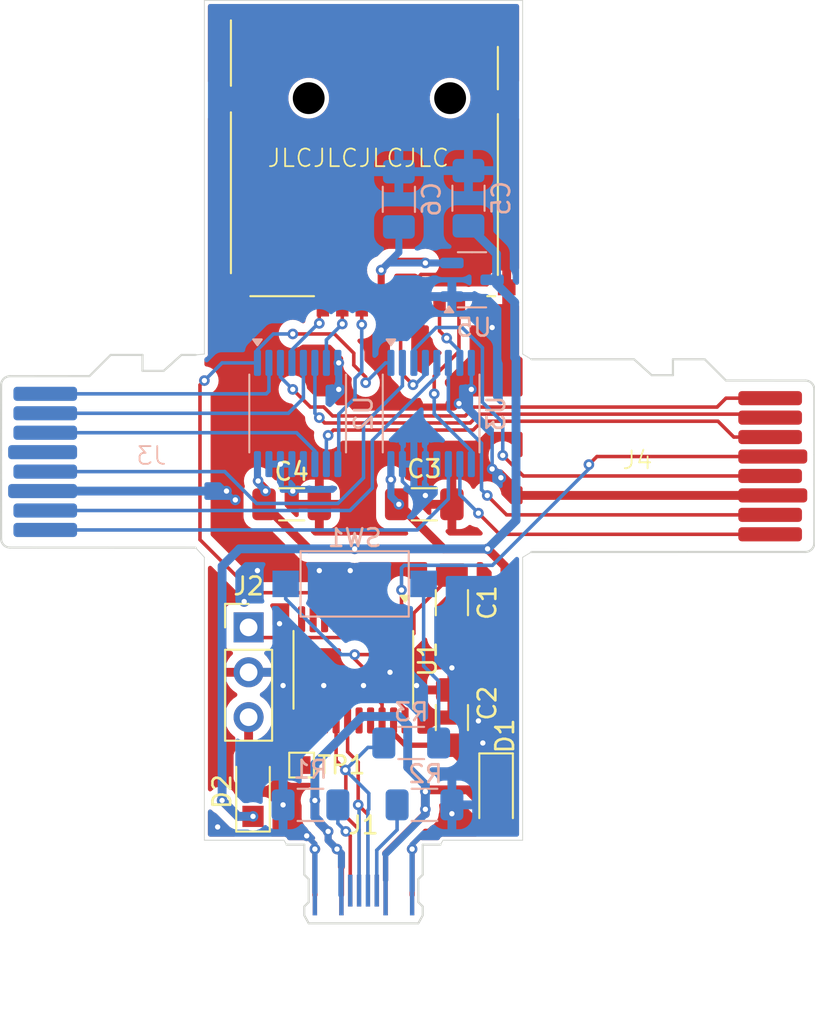
<source format=kicad_pcb>
(kicad_pcb (version 20240108) (generator "pcbnew") (generator_version "8.0")
  (layers (0 "F.Cu" signal) (31 "B.Cu" signal) (34 "B.Paste" user) (35 "F.Paste" user) (36 "B.SilkS" user "B.Silkscreen") (37 "F.SilkS" user "F.Silkscreen") (38 "B.Mask" user) (39 "F.Mask" user) (44 "Edge.Cuts" user))
  (net 0 "")
  (net 1 "GND")
  (net 2 "+3.3V")
  (net 3 "+5V")
  (net 4 "Net-(U1-37)")
  (net 5 "Net-(U1-36)")
  (net 6 "Net-(J1-CC2)")
  (net 8 "Net-(J1-CC1)")
  (net 10 "Net-(J2-Pin_1)")
  (net 11 "Net-(J3-Pin_2)")
  (net 12 "Net-(J3-Pin_1)")
  (net 13 "Net-(J3-Pin_7)")
  (net 14 "Net-(J3-Pin_3)")
  (net 15 "Net-(J3-Pin_8)")
  (net 16 "Net-(J3-Pin_5)")
  (net 17 "VDD")
  (net 18 "Net-(J4-Pin_1)")
  (net 19 "Net-(J4-Pin_5)")
  (net 20 "Net-(J4-Pin_2)")
  (net 21 "Net-(J4-Pin_7)")
  (net 22 "Net-(J4-Pin_8)")
  (net 23 "Net-(J4-Pin_3)")
  (net 24 "Net-(J5-CLK)")
  (net 26 "Net-(J5-DAT3{slash}CD)")
  (net 27 "Net-(J5-DAT0)")
  (net 28 "Net-(J5-DAT1)")
  (net 29 "Net-(J5-DAT2)")
  (net 30 "Net-(J5-CMD)")
  (net 31 "Net-(R3-Pad2)")
  (net 34 "Net-(U1-14)")
  (net 35 "VBUS")
  (net 39 "+3V3")
  (net 49 "Net-(J4-Pin_4)")
  (net 50 "Net-(U1-33)")
  (footprint "Diode_SMD:Nexperia_CFP3_SOD-123W" (layer "F.Cu") (at 139.75 84.75 90)
    (property "Reference" "D2")
    (property "Value" "1N5819WS")
  )
  (footprint "My:microsd" (layer "F.Cu") (at 146.7 52.5275 180)
    (property "Reference" "J5" (hide yes))
    (property "Value" "Micro_SD_Card_Det1" (hide yes))
  )
  (footprint "Connector_PinHeader_2.54mm:PinHeader_1x03_P2.54mm_Vertical" (layer "F.Cu") (at 139.5 75.46)
    (property "Reference" "J2")
    (property "Value" "Conn_01x03_Pin")
  )
  (footprint "TestPoint:TestPoint_Pad_1.0x1.0mm" (layer "F.Cu") (at 142.5 83.25)
    (property "Reference" "TP1")
    (property "Value" "TestPoint")
  )
  (footprint "My:uSD-PAD" (layer "F.Cu") (at 160.998224 66 -90)
    (property "Reference" "J4")
    (property "Value" "uSD-CARD-PAD")
    (fp_line (start 5.196447 5.5) (end 5.192894 -10) (stroke (width 0.12)) (layer "Edge.Cuts"))
    (fp_line (start -5.703553 -0.303553) (end -5.703553 5.5) (stroke (width 0.12)) (layer "Edge.Cuts"))
    (fp_line (start -4.803553 -1.303553) (end -5.703553 -0.303553) (stroke (width 0.12)) (layer "Edge.Cuts"))
    (fp_line (start -5.703553 -2.503553) (end -4.803553 -2.503553) (stroke (width 0.12)) (layer "Edge.Cuts"))
    (fp_line (start -4.803553 -2.503553) (end -4.803553 -1.303553) (stroke (width 0.12)) (layer "Edge.Cuts"))
    (fp_line (start -5.703553 -4.303553) (end -5.703553 -2.503553) (stroke (width 0.12)) (layer "Edge.Cuts"))
    (fp_line (start -5.703553 -4.303553) (end -4.503553 -5.503553) (stroke (width 0.12)) (layer "Edge.Cuts"))
    (fp_line (start -4.503553 -5.503553) (end -4.5 -10) (stroke (width 0.12)) (layer "Edge.Cuts"))
    (fp_line (start -0.303553 -10.503553) (end -4 -10.5) (stroke (width 0.12)) (layer "Edge.Cuts"))
    (fp_line (start -0.303553 -10.503553) (end 4.692894 -10.5) (stroke (width 0.12)) (layer "Edge.Cuts"))
    (fp_arc (start -4.5 -10) (mid -4.353553 -10.353553) (end -4 -10.5) (stroke (width 0.12)) (layer "Edge.Cuts"))
    (fp_arc (start 4.692894 -10.5) (mid 5.046393 -10.353497) (end 5.192894 -10) (stroke (width 0.12)) (layer "Edge.Cuts"))
  )
  (footprint "Capacitor_SMD:C_1206_3216Metric_Pad1.33x1.80mm_HandSolder" (layer "F.Cu") (at 151 80.5625 90)
    (property "Reference" "C2")
    (property "Value" "100n")
  )
  (footprint "My:USB_C_Receptacle_PCB" (layer "F.Cu") (at 146 87.75)
    (property "Reference" "J1")
    (property "Value" "USB_C_Receptacle_PCB")
    (fp_line (start -4.35 0) (end -3.35 0) (stroke (width 0.12)) (layer "Edge.Cuts"))
    (fp_line (start -3.35 1.7) (end -3.35 0) (stroke (width 0.12)) (layer "Edge.Cuts"))
    (fp_line (start -3.35 1.7) (end -3.1 1.95) (stroke (width 0.12)) (layer "Edge.Cuts"))
    (fp_line (start -3.35 3.5) (end -3.1 3.25) (stroke (width 0.12)) (layer "Edge.Cuts"))
    (fp_line (start -3.35 4) (end -3.35 3.5) (stroke (width 0.12)) (layer "Edge.Cuts"))
    (fp_line (start -3.1 3.25) (end -3.1 1.95) (stroke (width 0.12)) (layer "Edge.Cuts"))
    (fp_line (start -3.1 4.45) (end -3.35 4) (stroke (width 0.12)) (layer "Edge.Cuts"))
    (fp_line (start -3.1 4.45) (end 3.1 4.45) (stroke (width 0.12)) (layer "Edge.Cuts"))
    (fp_line (start 3.1 3.25) (end 3.1 1.95) (stroke (width 0.12)) (layer "Edge.Cuts"))
    (fp_line (start 3.1 3.25) (end 3.35 3.5) (stroke (width 0.12)) (layer "Edge.Cuts"))
    (fp_line (start 3.35 0) (end 4.35 0) (stroke (width 0.12)) (layer "Edge.Cuts"))
    (fp_line (start 3.35 1.7) (end 3.1 1.95) (stroke (width 0.12)) (layer "Edge.Cuts"))
    (fp_line (start 3.35 1.7) (end 3.35 0) (stroke (width 0.12)) (layer "Edge.Cuts"))
    (fp_line (start 3.35 4) (end 3.1 4.45) (stroke (width 0.12)) (layer "Edge.Cuts"))
    (fp_line (start 3.35 4) (end 3.35 3.5) (stroke (width 0.12)) (layer "Edge.Cuts"))
  )
  (footprint "Capacitor_SMD:C_1206_3216Metric_Pad1.33x1.80mm_HandSolder" (layer "F.Cu") (at 149.4375 68.5)
    (property "Reference" "C3")
    (property "Value" "100n")
  )
  (footprint "Capacitor_SMD:C_1206_3216Metric_Pad1.33x1.80mm_HandSolder" (layer "F.Cu") (at 141.9375 68.5)
    (property "Reference" "C4")
    (property "Value" "100n")
  )
  (footprint "Package_SO:TSSOP-20_4.4x6.5mm_P0.65mm" (layer "F.Cu") (at 145.425 77.8625 -90)
    (property "Reference" "U1")
    (property "Value" "CH552")
  )
  (footprint "Diode_SMD:Nexperia_CFP3_SOD-123W" (layer "F.Cu") (at 153.5 84.85 -90)
    (property "Reference" "D1")
    (property "Value" "1N5819WS")
  )
  (footprint "Capacitor_SMD:C_1206_3216Metric_Pad1.33x1.80mm_HandSolder" (layer "F.Cu") (at 151 74.0625 -90)
    (property "Reference" "C1")
    (property "Value" "100n")
  )
  (footprint "Resistor_SMD:R_1206_3216Metric_Pad1.30x1.75mm_HandSolder" (layer "B.Cu") (at 143 85.5)
    (property "Reference" "R1")
    (property "Value" "5.1k")
  )
  (footprint "Capacitor_SMD:C_1206_3216Metric_Pad1.33x1.80mm_HandSolder" (layer "B.Cu") (at 151.9375 51.1875 90)
    (property "Reference" "C5")
    (property "Value" "4.7u")
  )
  (footprint "Package_SO:TSSOP-16_4.4x5mm_P0.65mm" (layer "B.Cu") (at 149.825 63.3625 -90)
    (property "Reference" "U3")
    (property "Value" "TMUX1574PWR")
  )
  (footprint "Package_SO:TSSOP-16_4.4x5mm_P0.65mm" (layer "B.Cu") (at 142.275 63.3625 -90)
    (property "Reference" "U2")
    (property "Value" "TMUX1574PWR")
  )
  (footprint "My:uSD-PAD" (layer "B.Cu") (at 136.001777 65.753553 -90)
    (property "Reference" "J3")
    (property "Value" "uSD-CARD-PAD")
    (fp_line (start -4 10.5) (end -0.303553 10.503553) (stroke (width 0.12)) (layer "Edge.Cuts"))
    (fp_line (start 4.692894 10.5) (end -0.303553 10.503553) (stroke (width 0.12)) (layer "Edge.Cuts"))
    (fp_line (start -4.5 10) (end -4.503553 5.503553) (stroke (width 0.12)) (layer "Edge.Cuts"))
    (fp_line (start 5.192894 10) (end 5.196447 -0.5) (stroke (width 0.12)) (layer "Edge.Cuts"))
    (fp_line (start -4.503553 5.503553) (end -5.703553 4.303553) (stroke (width 0.12)) (layer "Edge.Cuts"))
    (fp_line (start -5.703553 2.503553) (end -5.703553 4.303553) (stroke (width 0.12)) (layer "Edge.Cuts"))
    (fp_line (start -4.803553 2.503553) (end -5.703553 2.503553) (stroke (width 0.12)) (layer "Edge.Cuts"))
    (fp_line (start -4.803553 1.303553) (end -4.803553 2.503553) (stroke (width 0.12)) (layer "Edge.Cuts"))
    (fp_line (start -5.703553 0.303553) (end -4.803553 1.303553) (stroke (width 0.12)) (layer "Edge.Cuts"))
    (fp_line (start -5.703553 -0.5) (end -5.703553 0.303553) (stroke (width 0.12)) (layer "Edge.Cuts"))
    (fp_arc (start -4 10.5) (mid -4.353553 10.353553) (end -4.5 10) (stroke (width 0.12)) (layer "Edge.Cuts"))
    (fp_arc (start 5.192894 10) (mid 5.046394 10.353499) (end 4.692894 10.5) (stroke (width 0.12)) (layer "Edge.Cuts"))
  )
  (footprint "Resistor_SMD:R_1206_3216Metric_Pad1.30x1.75mm_HandSolder" (layer "B.Cu") (at 148.7 82)
    (property "Reference" "R3")
    (property "Value" "10k")
  )
  (footprint "Button_Switch_SMD:SW_SPST_CK_RS282G05A3" (layer "B.Cu") (at 145.5 73 180)
    (property "Reference" "SW1")
    (property "Value" "SW_Push")
  )
  (footprint "Package_TO_SOT_SMD:SOT-23-3" (layer "B.Cu") (at 152.1375 55.8)
    (property "Reference" "U5")
    (property "Value" "XC6206PxxxMR")
  )
  (footprint "Capacitor_SMD:C_1206_3216Metric_Pad1.33x1.80mm_HandSolder" (layer "B.Cu") (at 148 51.25 90)
    (property "Reference" "C6")
    (property "Value" "4.7u")
  )
  (footprint "Resistor_SMD:R_1206_3216Metric_Pad1.30x1.75mm_HandSolder" (layer "B.Cu") (at 149.45 85.5 180)
    (property "Reference" "R2")
    (property "Value" "5.1k")
  )
  (gr_line (start 136.501777 60.05) (end 137 60) (stroke (width 0.05)) (layer "Edge.Cuts"))
  (gr_line (start 155 60) (end 155 40) (stroke (width 0.05)) (layer "Edge.Cuts"))
  (gr_line (start 155 71.5) (end 155 87.5) (stroke (width 0.05)) (layer "Edge.Cuts"))
  (gr_line (start 155 87.5) (end 150.5 87.5) (stroke (width 0.05)) (layer "Edge.Cuts"))
  (gr_line (start 141.5 87.5) (end 141.65 87.75) (stroke (width 0.05)) (layer "Edge.Cuts"))
  (gr_line (start 137 87.5) (end 141.5 87.5) (stroke (width 0.05)) (layer "Edge.Cuts"))
  (gr_line (start 136.501777 70.95) (end 137 71.5) (stroke (width 0.05)) (layer "Edge.Cuts"))
  (gr_line (start 155.498224 71.196447) (end 155 71.5) (stroke (width 0.05)) (layer "Edge.Cuts"))
  (gr_line (start 155.498224 60.296447) (end 155 60) (stroke (width 0.05)) (layer "Edge.Cuts"))
  (gr_line (start 155 40) (end 137 40) (stroke (width 0.05)) (layer "Edge.Cuts"))
  (gr_line (start 137 40) (end 137 60) (stroke (width 0.05)) (layer "Edge.Cuts"))
  (gr_line (start 137 71.5) (end 137 87.5) (stroke (width 0.05)) (layer "Edge.Cuts"))
  (gr_line (start 150.5 87.5) (end 150.35 87.75) (stroke (width 0.05)) (layer "Edge.Cuts"))
  (gr_text "JLCJLCJLCJLC" (at 140.5 49.5 0) (layer "F.SilkS") (effects (font (size 1 1) (thickness 0.1)) (justify left bottom)))
  (segment (start 139 66.5) (end 139.25 66.25) (width 0.2) (layer "F.Cu") (net 1))
  (segment (start 154.1 44.35) (end 152.75 43) (width 0.2) (layer "F.Cu") (net 1))
  (segment (start 147.05 79.8) (end 147.05 80.725) (width 0.2) (layer "F.Cu") (net 1))
  (segment (start 151 75.875) (end 150.75 75.625) (width 0.2) (layer "F.Cu") (net 1))
  (segment (start 148.625 66) (end 148.85 66.225) (width 0.2) (layer "F.Cu") (net 1))
  (segment (start 154.772476 67.996447) (end 169.151777 67.996447) (width 0.5) (layer "F.Cu") (net 1))
  (segment (start 148.85 66.225) (end 149.5 66.875) (width 0.2) (layer "F.Cu") (net 1))
  (segment (start 154.055 49.695) (end 154.055 53.195) (width 0.2) (layer "F.Cu") (net 1))
  (segment (start 140 60.5) (end 144.599999 60.5) (width 0.2) (layer "F.Cu") (net 1))
  (segment (start 154.1 45.6275) (end 154.1 44.35) (width 0.2) (layer "F.Cu") (net 1))
  (segment (start 144.599999 62.099999) (end 144.599999 62) (width 0.4) (layer "F.Cu") (net 1))
  (segment (start 154.055 53.195) (end 151.75 55.5) (width 0.2) (layer "F.Cu") (net 1))
  (segment (start 149.5 87) (end 148.75 87.75) (width 0.3) (layer "F.Cu") (net 1))
  (segment (start 138 44.25) (end 138 45.6275) (width 0.2) (layer "F.Cu") (net 1))
  (segment (start 152.75 43) (end 139.25 43) (width 0.2) (layer "F.Cu") (net 1))
  (segment (start 143.5 66.5) (end 143.5 68.5) (width 0.2) (layer "F.Cu") (net 1))
  (segment (start 151.1 63) (end 145.5 63) (width 0.4) (layer "F.Cu") (net 1))
  (segment (start 144 66) (end 148.625 66) (width 0.2) (layer "F.Cu") (net 1))
  (segment (start 141.70422 87.25) (end 141.45 86.99578) (width 0.2) (layer "F.Cu") (net 1))
  (segment (start 148.75 87.75) (end 148.75 88) (width 0.3) (layer "F.Cu") (net 1))
  (segment (start 153.25 58.5) (end 153.276029 58.5) (width 0.2) (layer "F.Cu") (net 1))
  (segment (start 153.276029 58.5) (end 154.1 57.676029) (width 0.2) (layer "F.Cu") (net 1))
  (segment (start 143.25 90.6) (end 143.25 87.712868) (width 0.3) (layer "F.Cu") (net 1))
  (segment (start 145.5 63) (end 144.599999 62.099999) (width 0.4) (layer "F.Cu") (net 1))
  (segment (start 152.1 62) (end 151.1 63) (width 0.4) (layer "F.Cu") (net 1))
  (segment (start 149.2 55.55) (end 149.2 57.2775) (width 0.2) (layer "F.Cu") (net 1))
  (segment (start 145.25 78) (end 147.05 79.8) (width 0.2) (layer "F.Cu") (net 1))
  (segment (start 139.25 43) (end 138 44.25) (width 0.2) (layer "F.Cu") (net 1))
  (segment (start 151 87) (end 149.5 87) (width 0.3) (layer "F.Cu") (net 1))
  (segment (start 149.5 68) (end 150 68.5) (width 0.2) (layer "F.Cu") (net 1))
  (segment (start 143.5 66.5) (end 144 66) (width 0.2) (layer "F.Cu") (net 1))
  (segment (start 148.75 90.6) (end 148.75 88) (width 0.3) (layer "F.Cu") (net 1))
  (segment (start 141.275 66.25) (end 141.3 66.225) (width 0.2) (layer "F.Cu") (net 1))
  (segment (start 153.771006 66.994976) (end 153.771006 66.994977) (width 0.5) (layer "F.Cu") (net 1))
  (segment (start 141.3 66.225) (end 141.575 66.5) (width 0.2) (layer "F.Cu") (net 1))
  (segment (start 149.5 66.875) (end 149.5 68) (width 0.2) (layer "F.Cu") (net 1))
  (segment (start 151.75 55.5) (end 149.25 55.5) (width 0.2) (layer "F.Cu") (net 1))
  (segment (start 138.625 67.75) (end 139 67.375) (width 0.2) (layer "F.Cu") (net 1))
  (segment (start 152.1 62) (end 152.25 61.85) (width 0.2) (layer "F.Cu") (net 1))
  (segment (start 151 77.75) (end 151 79) (width 0.2) (layer "F.Cu") (net 1))
  (segment (start 139.5 78) (end 145.25 78) (width 0.2) (layer "F.Cu") (net 1))
  (segment (start 151 77.75) (end 151 75.875) (width 0.2) (layer "F.Cu") (net 1))
  (segment (start 138.25 67.75) (end 138.625 67.75) (width 0.2) (layer "F.Cu") (net 1))
  (segment (start 153.276029 66.5) (end 149.125 66.5) (width 0.2) (layer "F.Cu") (net 1))
  (segment (start 141.575 66.5) (end 143.5 66.5) (width 0.2) (layer "F.Cu") (net 1))
  (segment (start 154.1 57.676029) (end 154.1 45.6275) (width 0.2) (layer "F.Cu") (net 1))
  (segment (start 152.25 61.85) (end 152.25 59.5) (width 0.2) (layer "F.Cu") (net 1))
  (segment (start 152.25 59.5) (end 153.25 58.5) (width 0.2) (layer "F.Cu") (net 1))
  (segment (start 151 86) (end 151 87) (width 0.2) (layer "F.Cu") (net 1))
  (segment (start 153.771006 66.994977) (end 154.772476 67.996447) (width 0.5) (layer "F.Cu") (net 1))
  (segment (start 149.25 55.5) (end 149.2 55.55) (width 0.2) (layer "F.Cu") (net 1))
  (segment (start 139 59.5) (end 140 60.5) (width 0.2) (layer "F.Cu") (net 1))
  (segment (start 139 67.375) (end 139 66.5) (width 0.2) (layer "F.Cu") (net 1))
  (segment (start 141.45 86.99578) (end 141.45 85.5) (width 0.2) (layer "F.Cu") (net 1))
  (segment (start 143.25 87.712868) (end 142.787132 87.25) (width 0.3) (layer "F.Cu") (net 1))
  (segment (start 139.25 66.25) (end 141.275 66.25) (width 0.2) (layer "F.Cu") (net 1))
  (segment (start 153.771006 66.994976) (end 153.771005 66.994976) (width 0.5) (layer "F.Cu") (net 1))
  (segment (start 149.125 66.5) (end 148.85 66.225) (width 0.2) (layer "F.Cu") (net 1))
  (segment (start 142.787132 87.25) (end 141.70422 87.25) (width 0.2) (layer "F.Cu") (net 1))
  (segment (start 150 68.5) (end 151 68.5) (width 0.2) (layer "F.Cu") (net 1))
  (segment (start 153.771005 66.994976) (end 153.276029 66.5) (width 0.5) (layer "F.Cu") (net 1))
  (segment (start 144.599999 62) (end 144.599999 60.5) (width 0.4) (layer "F.Cu") (net 1))
  (segment (start 149.25 79) (end 149 78.75) (width 0.2) (layer "F.Cu") (net 1))
  (segment (start 151 79) (end 149.25 79) (width 0.2) (layer "F.Cu") (net 1))
  (segment (start 139 56.2275) (end 139 59.5) (width 0.2) (layer "F.Cu") (net 1))
  (via (at 142.787132 87.25) (size 0.6) (drill 0.3) (layers "F.Cu" "B.Cu") (net 1))
  (via (at 141.45 78.75) (size 0.6) (drill 0.3) (layers "F.Cu" "B.Cu") (net 1))
  (via (at 153.276029 58.5) (size 0.6) (drill 0.3) (layers "F.Cu" "B.Cu") (net 1))
  (via (at 152.5 80.75) (size 0.6) (drill 0.3) (layers "F.Cu" "B.Cu") (net 1))
  (via (at 149.5 68) (size 0.6) (drill 0.3) (layers "F.Cu" "B.Cu") (net 1))
  (via (at 149 78.75) (size 0.6) (drill 0.3) (layers "F.Cu" "B.Cu") (net 1))
  (via (at 137.75 86.75) (size 0.6) (drill 0.3) (layers "F.Cu" "B.Cu") (net 1))
  (via (at 145.25 72.25) (size 0.6) (drill 0.3) (layers "F.Cu" "B.Cu") (net 1))
  (via (at 151.4 62.8) (size 0.6) (drill 0.3) (layers "F.Cu" "B.Cu") (net 1))
  (via (at 138.75 68.25) (size 0.6) (drill 0.3) (layers "F.Cu" "B.Cu") (net 1))
  (via (at 146 78.75) (size 0.6) (drill 0.3) (layers "F.Cu" "B.Cu") (net 1))
  (via (at 144.599999 62) (size 0.6) (drill 0.3) (layers "F.Cu" "B.Cu") (net 1))
  (via (at 153.771006 66.994976) (size 0.6) (drill 0.3) (layers "F.Cu" "B.Cu") (net 1))
  (via (at 138.25 67.75) (size 0.6) (drill 0.3) (layers "F.Cu" "B.Cu") (net 1))
  (via (at 148.75 88) (size 0.6) (drill 0.3) (layers "F.Cu" "B.Cu") (net 1))
  (via (at 144.599999 60.5) (size 0.6) (drill 0.3) (layers "F.Cu" "B.Cu") (net 1))
  (via (at 153.276029 66.5) (size 0.6) (drill 0.3) (layers "F.Cu" "B.Cu") (net 1))
  (via (at 151 86) (size 0.6) (drill 0.3) (layers "F.Cu" "B.Cu") (net 1))
  (via (at 152.1 62) (size 0.6) (drill 0.3) (layers "F.Cu" "B.Cu") (net 1))
  (via (at 139.25 74) (size 0.6) (drill 0.3) (layers "F.Cu" "B.Cu") (net 1))
  (via (at 143.75 78.75) (size 0.6) (drill 0.3) (layers "F.Cu" "B.Cu") (net 1))
  (via (at 152.75 82) (size 0.6) (drill 0.3) (layers "F.Cu" "B.Cu") (net 1))
  (via (at 151 77.75) (size 0.6) (drill 0.3) (layers "F.Cu" "B.Cu") (net 1))
  (via (at 141.45 85.5) (size 0.6) (drill 0.3) (layers "F.Cu" "B.Cu") (net 1))
  (via (at 142 67.75) (size 0.6) (drill 0.3) (layers "F.Cu" "B.Cu") (net 1))
  (via (at 143.5 72.25) (size 0.6) (drill 0.3) (layers "F.Cu" "B.Cu") (net 1))
  (via (at 147.5 78) (size 0.6) (drill 0.3) (layers "F.Cu" "B.Cu") (net 1))
  (via (at 141.25 75.25) (size 0.6) (drill 0.3) (layers "F.Cu" "B.Cu") (net 1))
  (via (at 143.25 88) (size 0.6) (drill 0.3) (layers "F.Cu" "B.Cu") (net 1))
  (via (at 140 72.25) (size 0.6) (drill 0.3) (layers "F.Cu" "B.Cu") (net 1))
  (via (at 141.3 66.225) (size 0.6) (drill 0.3) (layers "F.Cu" "B.Cu") (net 1))
  (segment (start 153.276029 64.276029) (end 153.276029 66.5) (width 0.2) (layer "B.Cu") (net 1))
  (segment (start 152 83) (end 152 78.75) (width 0.2) (layer "B.Cu") (net 1))
  (segment (start 149 78.75) (end 146 78.75) (width 0.2) (layer "B.Cu") (net 1))
  (segment (start 141.3 66.225) (end 141.95 66.225) (width 0.2) (layer "B.Cu") (net 1))
  (segment (start 152 78.75) (end 151 77.75) (width 0.2) (layer "B.Cu") (net 1))
  (segment (start 143.25 87.712868) (end 142.787132 87.25) (width 0.3) (layer "B.Cu") (net 1))
  (segment (start 148.75 87.75) (end 148.75 90.35) (width 0.3) (layer "B.Cu") (net 1))
  (segment (start 144.599999 62) (end 144.599999 60.549999) (width 0.4) (layer "B.Cu") (net 1))
  (segment (start 152.1 62) (end 152.1 63.1) (width 0.2) (layer "B.Cu") (net 1))
  (segment (start 141.45 78) (end 141.45 85.5) (width 0.2) (layer "B.Cu") (net 1))
  (segment (start 143.25 90.45) (end 143.25 88) (width 0.3) (layer "B.Cu") (net 1))
  (segment (start 150.9 87.1) (end 149.4 87.1) (width 0.3) (layer "B.Cu") (net 1))
  (segment (start 148.85 64.65) (end 149 64.5) (width 0.2) (layer "B.Cu") (net 1))
  (segment (start 142.787132 87.25) (end 141.70422 87.25) (width 0.2) (layer "B.Cu") (net 1))
  (segment (start 148.85 67.35) (end 149.5 68) (width 0.2) (layer "B.Cu") (net 1))
  (segment (start 148.2 67.2) (end 149 68) (width 0.2) (layer "B.Cu") (net 1))
  (segment (start 149 68) (end 149.5 68) (width 0.2) (layer "B.Cu") (net 1))
  (segment (start 149.5 64.5) (end 149.5 66.225) (width 0.2) (layer "B.Cu") (net 1))
  (segment (start 152.1 62.1) (end 152.1 60.5) (width 0.2) (layer "B.Cu") (net 1))
  (segment (start 142 66.175) (end 141.95 66.225) (width 0.2) (layer "B.Cu") (net 1))
  (segment (start 149 64.5) (end 149.5 64.5) (width 0.2) (layer "B.Cu") (net 1))
  (segment (start 144.599999 60.549999) (end 144.55 60.5) (width 0.4) (layer "B.Cu") (net 1))
  (segment (start 151.4 62.8) (end 152.1 62.1) (width 0.2) (layer "B.Cu") (net 1))
  (segment (start 143.25 88) (end 143.25 87.712868) (width 0.3) (layer "B.Cu") (net 1))
  (segment (start 144.55 60.549999) (end 144.599999 60.5) (width 0.2) (layer "B.Cu") (net 1))
  (segment (start 151 86) (end 151 87) (width 0.2) (layer "B.Cu") (net 1))
  (segment (start 149 64.5) (end 148.5 64.5) (width 0.2) (layer "B.Cu") (net 1))
  (segment (start 148.2 64.8) (end 148.2 66.225) (width 0.2) (layer "B.Cu") (net 1))
  (segment (start 141.45 86.99578) (end 141.45 85.5) (width 0.2) (layer "B.Cu") (net 1))
  (segment (start 151 87) (end 150.9 87.1) (width 0.2) (layer "B.Cu") (net 1))
  (segment (start 151.4 62.8) (end 151.45 62.75) (width 0.2) (layer "B.Cu") (net 1))
  (segment (start 144.599999 60.5) (end 144.55 60.5) (width 0.2) (layer "B.Cu") (net 1))
  (segment (start 141.3 66.225) (end 140.65 66.225) (width 0.2) (layer "B.Cu") (net 1))
  (segment (start 138.25 67.75) (end 127.848224 67.75) (width 0.5) (layer "B.Cu") (net 1))
  (segment (start 139.5 78) (end 141.45 78) (width 0.2) (layer "B.Cu") (net 1))
  (segment (start 149.5 66.225) (end 149.5 68) (width 0.2) (layer "B.Cu") (net 1))
  (segment (start 148.2 66.225) (end 148.2 67.2) (width 0.2) (layer "B.Cu") (net 1))
  (segment (start 148.5 64.5) (end 148.2 64.8) (width 0.2) (layer "B.Cu") (net 1))
  (segment (start 151.45 62.75) (end 152 62.75) (width 0.2) (layer "B.Cu") (net 1))
  (segment (start 148.85 66.225) (end 148.85 64.65) (width 0.2) (layer "B.Cu") (net 1))
  (segment (start 151 86) (end 151 84) (width 0.2) (layer "B.Cu") (net 1))
  (segment (start 148.85 66.225) (end 148.85 67.35) (width 0.2) (layer "B.Cu") (net 1))
  (segment (start 152.1 63.1) (end 153.276029 64.276029) (width 0.2) (layer "B.Cu") (net 1))
  (segment (start 151 84) (end 152 83) (width 0.2) (layer "B.Cu") (net 1))
  (segment (start 141.70422 87.25) (end 141.45 86.99578) (width 0.2) (layer "B.Cu") (net 1))
  (segment (start 149.4 87.1) (end 148.75 87.75) (width 0.3) (layer "B.Cu") (net 1))
  (segment (start 147.655956 77) (end 145.5 77) (width 0.2) (layer "F.Cu") (net 2))
  (segment (start 147.968456 79.6875) (end 148.35 80.069044) (width 0.2) (layer "F.Cu") (net 2))
  (segment (start 151 72.5) (end 148.85 74.65) (width 0.2) (layer "F.Cu") (net 2))
  (segment (start 148.35 80.069044) (end 148.35 80.725) (width 0.2) (layer "F.Cu") (net 2))
  (segment (start 145.5 77.25) (end 147.9375 79.6875) (width 0.2) (layer "F.Cu") (net 2))
  (segment (start 147.9375 79.6875) (end 147.968456 79.6875) (width 0.2) (layer "F.Cu") (net 2))
  (segment (start 145.5 77) (end 145.5 77.25) (width 0.2) (layer "F.Cu") (net 2))
  (segment (start 148.85 74.65) (end 148.85 75.805956) (width 0.2) (layer "F.Cu") (net 2))
  (segment (start 148.85 75.805956) (end 147.655956 77) (width 0.2) (layer "F.Cu") (net 2))
  (via (at 145.5 77) (size 0.6) (drill 0.3) (layers "F.Cu" "B.Cu") (net 2))
  (segment (start 144.75 77) (end 141.6 73.85) (width 0.2) (layer "B.Cu") (net 2))
  (segment (start 141.6 73.85) (end 141.6 73) (width 0.2) (layer "B.Cu") (net 2))
  (segment (start 145.5 77) (end 144.75 77) (width 0.2) (layer "B.Cu") (net 2))
  (segment (start 140.375 68.5) (end 140.375 67.83601) (width 0.4) (layer "F.Cu") (net 3))
  (segment (start 140.46101 67.75) (end 140.46101 68.58601) (width 0.4) (layer "F.Cu") (net 3))
  (segment (start 138.9 86.15) (end 139.75 86.15) (width 0.5) (layer "F.Cu") (net 3))
  (segment (start 140.46101 67.75) (end 140.46101 67.599792) (width 0.4) (layer "F.Cu") (net 3))
  (segment (start 138 85.25) (end 138.9 86.15) (width 0.5) (layer "F.Cu") (net 3))
  (segment (start 147.7 81.462499) (end 148.362501 82.125) (width 0.3) (layer "F.Cu") (net 3))
  (segment (start 153.01875 71.01875) (end 154 72) (width 0.5) (layer "F.Cu") (net 3))
  (segment (start 147.7 80.725) (end 147.7 81.462499) (width 0.3) (layer "F.Cu") (net 3))
  (segment (start 147.54738 68.04738) (end 148 68.5) (width 0.5) (layer "F.Cu") (net 3))
  (segment (start 142.89375 71.01875) (end 145.5 71.01875) (width 0.5) (layer "F.Cu") (net 3))
  (segment (start 145.5 71.01875) (end 153.01875 71.01875) (width 0.5) (layer "F.Cu") (net 3))
  (segment (start 154 82.85) (end 153.5 83.35) (width 0.5) (layer "F.Cu") (net 3))
  (segment (start 147.54738 67.101141) (end 147.54738 68.04738) (width 0.4) (layer "F.Cu") (net 3))
  (segment (start 153.5 83.35) (end 151.975 83.35) (width 0.5) (layer "F.Cu") (net 3))
  (segment (start 148.362501 82.125) (end 150.75 82.125) (width 0.3) (layer "F.Cu") (net 3))
  (segment (start 151.975 83.35) (end 150.75 82.125) (width 0.5) (layer "F.Cu") (net 3))
  (segment (start 140.46101 68.58601) (end 142.89375 71.01875) (width 0.5) (layer "F.Cu") (net 3))
  (segment (start 140.375 67.83601) (end 140.46101 67.75) (width 0.4) (layer "F.Cu") (net 3))
  (segment (start 150.51875 71.01875) (end 153.01875 71.01875) (width 0.5) (layer "F.Cu") (net 3))
  (segment (start 154 72) (end 154 82.85) (width 0.5) (layer "F.Cu") (net 3))
  (segment (start 148 68.5) (end 150.51875 71.01875) (width 0.5) (layer "F.Cu") (net 3))
  (segment (start 140.46101 67.599792) (end 140.039162 67.177944) (width 0.4) (layer "F.Cu") (net 3))
  (via (at 145.5 71.01875) (size 0.6) (drill 0.3) (layers "F.Cu" "B.Cu") (net 3))
  (via (at 153.01875 71.01875) (size 0.6) (drill 0.3) (layers "F.Cu" "B.Cu") (net 3))
  (via (at 140.46101 67.75) (size 0.6) (drill 0.3) (layers "F.Cu" "B.Cu") (net 3))
  (via (at 140.039162 67.177944) (size 0.6) (drill 0.3) (layers "F.Cu" "B.Cu") (net 3))
  (via (at 148 68.5) (size 0.6) (drill 0.3) (layers "F.Cu" "B.Cu") (net 3))
  (via (at 138 85.25) (size 0.6) (drill 0.3) (layers "F.Cu" "B.Cu") (net 3))
  (via (at 139.75 86.15) (size 0.6) (drill 0.3) (layers "F.Cu" "B.Cu") (net 3))
  (via (at 147.54738 67.101141) (size 0.6) (drill 0.3) (layers "F.Cu" "B.Cu") (net 3))
  (segment (start 138.9 86.15) (end 139.75 86.15) (width 0.5) (layer "B.Cu") (net 3))
  (segment (start 148 68.5) (end 147.55 68.05) (width 0.4) (layer "B.Cu") (net 3))
  (segment (start 153.525 56.05) (end 154.55 57.075) (width 0.5) (layer "B.Cu") (net 3))
  (segment (start 138 72) (end 138 85.25) (width 0.5) (layer "B.Cu") (net 3))
  (segment (start 138.98125 71.01875) (end 138 72) (width 0.5) (layer "B.Cu") (net 3))
  (segment (start 154.55 57.075) (end 154.55 60.186396) (width 0.5) (layer "B.Cu") (net 3))
  (segment (start 138 85.25) (end 138.9 86.15) (width 0.5) (layer "B.Cu") (net 3))
  (segment (start 140.46101 67.75) (end 140 67.28899) (width 0.4) (layer "B.Cu") (net 3))
  (segment (start 154.626029 69.411471) (end 153.01875 71.01875) (width 0.5) (layer "B.Cu") (net 3))
  (segment (start 154.626029 60.262425) (end 154.626029 69.411471) (width 0.5) (layer "B.Cu") (net 3))
  (segment (start 153.01875 71.01875) (end 138.98125 71.01875) (width 0.5) (layer "B.Cu") (net 3))
  (segment (start 140 67.28899) (end 140 66.225) (width 0.4) (layer "B.Cu") (net 3))
  (segment (start 153.525 54.3375) (end 153.525 56.05) (width 0.5) (layer "B.Cu") (net 3))
  (segment (start 154.55 60.186396) (end 154.626029 60.262425) (width 0.5) (layer "B.Cu") (net 3))
  (segment (start 147.55 68.05) (end 147.55 66.225) (width 0.4) (layer "B.Cu") (net 3))
  (segment (start 151.9375 52.75) (end 153.525 54.3375) (width 0.5) (layer "B.Cu") (net 3))
  (segment (start 146.25 86.05) (end 145.7 85.5) (width 0.2) (layer "F.Cu") (net 4))
  (segment (start 146.25 90.35) (end 146.25 86.05) (width 0.2) (layer "F.Cu") (net 4))
  (segment (start 145.1 82.490478) (end 145.1 80.725) (width 0.2) (layer "F.Cu") (net 4))
  (segment (start 145.7 83.090478) (end 145.1 82.490478) (width 0.2) (layer "F.Cu") (net 4))
  (segment (start 145.7 85.5) (end 145.7 83.090478) (width 0.2) (layer "F.Cu") (net 4))
  (via (at 145.7 85.5) (size 0.6) (drill 0.3) (layers "F.Cu" "B.Cu") (net 4))
  (segment (start 145.75 85.55) (end 145.75 90.35) (width 0.2) (layer "B.Cu") (net 4))
  (segment (start 145.7 85.5) (end 145.75 85.55) (width 0.2) (layer "B.Cu") (net 4))
  (segment (start 145.75 86.901471) (end 145.75 90.35) (width 0.2) (layer "F.Cu") (net 5))
  (segment (start 144.975 83.525) (end 145 83.55) (width 0.2) (layer "F.Cu") (net 5))
  (segment (start 144.975 83.525) (end 144.45 83) (width 0.2) (layer "F.Cu") (net 5))
  (segment (start 145 83.55) (end 145 86.151471) (width 0.2) (layer "F.Cu") (net 5))
  (segment (start 144.45 83) (end 144.45 80.725) (width 0.2) (layer "F.Cu") (net 5))
  (segment (start 145 86.151471) (end 145.75 86.901471) (width 0.2) (layer "F.Cu") (net 5))
  (via (at 144.975 83.525) (size 0.6) (drill 0.3) (layers "F.Cu" "B.Cu") (net 5))
  (segment (start 146.3 85.748529) (end 146.25 85.798529) (width 0.2) (layer "B.Cu") (net 5))
  (segment (start 144.975 83.525) (end 146.25 82.25) (width 0.2) (layer "B.Cu") (net 5))
  (segment (start 146.25 82.25) (end 146.7 82.25) (width 0.2) (layer "B.Cu") (net 5))
  (segment (start 146.3 84.85) (end 146.3 85.748529) (width 0.2) (layer "B.Cu") (net 5))
  (segment (start 144.975 83.525) (end 146.3 84.85) (width 0.2) (layer "B.Cu") (net 5))
  (segment (start 146.25 85.798529) (end 146.25 90.35) (width 0.2) (layer "B.Cu") (net 5))
  (segment (start 147.9 85.5) (end 147.9 86.9125) (width 0.2) (layer "B.Cu") (net 6))
  (segment (start 146.75 88.0625) (end 146.75 90.35) (width 0.2) (layer "B.Cu") (net 6))
  (segment (start 147.9 86.9125) (end 146.75 88.0625) (width 0.2) (layer "B.Cu") (net 6))
  (segment (start 145 87) (end 145.25 87.25) (width 0.2) (layer "F.Cu") (net 8))
  (segment (start 145.25 87.25) (end 145.25 90.35) (width 0.2) (layer "F.Cu") (net 8))
  (via (at 145 87) (size 0.6) (drill 0.3) (layers "F.Cu" "B.Cu") (net 8))
  (segment (start 144.55 86.55) (end 145 87) (width 0.2) (layer "B.Cu") (net 8))
  (segment (start 144.55 85.5) (end 144.55 86.55) (width 0.2) (layer "B.Cu") (net 8))
  (segment (start 147.05 75.737499) (end 147.05 75) (width 0.2) (layer "F.Cu") (net 10))
  (segment (start 139.5 75.46) (end 140.0775 76.0375) (width 0.2) (layer "F.Cu") (net 10))
  (segment (start 146.749999 76.0375) (end 147.05 75.737499) (width 0.2) (layer "F.Cu") (net 10))
  (segment (start 140.0775 76.0375) (end 146.749999 76.0375) (width 0.2) (layer "F.Cu") (net 10))
  (segment (start 142.6 62.5) (end 142.6 60.5) (width 0.2) (layer "B.Cu") (net 11))
  (segment (start 141.75 63.35) (end 142.6 62.5) (width 0.2) (layer "B.Cu") (net 11))
  (segment (start 127.998224 63.35) (end 141.75 63.35) (width 0.2) (layer "B.Cu") (net 11))
  (segment (start 140.5 62.25) (end 140.65 62.1) (width 0.2) (layer "B.Cu") (net 12))
  (segment (start 140.65 62.1) (end 140.65 60.5) (width 0.2) (layer "B.Cu") (net 12))
  (segment (start 127.998224 62.25) (end 140.5 62.25) (width 0.2) (layer "B.Cu") (net 12))
  (segment (start 150.15 61.237499) (end 150.15 60.5) (width 0.2) (layer "B.Cu") (net 13))
  (segment (start 146.5 67.580956) (end 146.5 64.887499) (width 0.2) (layer "B.Cu") (net 13))
  (segment (start 146.5 64.887499) (end 150.15 61.237499) (width 0.2) (layer "B.Cu") (net 13))
  (segment (start 127.998224 68.85) (end 145.230956 68.85) (width 0.2) (layer "B.Cu") (net 13))
  (segment (start 145.230956 68.85) (end 146.5 67.580956) (width 0.2) (layer "B.Cu") (net 13))
  (segment (start 142.212499 64.45) (end 143.25 65.487501) (width 0.2) (layer "B.Cu") (net 14))
  (segment (start 143.25 65.487501) (end 143.25 66.225) (width 0.2) (layer "B.Cu") (net 14))
  (segment (start 127.998224 64.45) (end 142.212499 64.45) (width 0.2) (layer "B.Cu") (net 14))
  (segment (start 127.998224 69.95) (end 149.05 69.95) (width 0.2) (layer "B.Cu") (net 15))
  (segment (start 150.8 68.2) (end 150.8 66.225) (width 0.2) (layer "B.Cu") (net 15))
  (segment (start 149.05 69.95) (end 150.8 68.2) (width 0.2) (layer "B.Cu") (net 15))
  (segment (start 146 67) (end 146 64) (width 0.2) (layer "B.Cu") (net 16))
  (segment (start 144.55 68.45) (end 146 67) (width 0.2) (layer "B.Cu") (net 16))
  (segment (start 146 64) (end 148.2 61.8) (width 0.2) (layer "B.Cu") (net 16))
  (segment (start 148.2 61.8) (end 148.2 60.5) (width 0.2) (layer "B.Cu") (net 16))
  (segment (start 138.15 66.65) (end 139.95 68.45) (width 0.2) (layer "B.Cu") (net 16))
  (segment (start 139.95 68.45) (end 144.55 68.45) (width 0.2) (layer "B.Cu") (net 16))
  (segment (start 127.998224 66.65) (end 138.15 66.65) (width 0.2) (layer "B.Cu") (net 16))
  (segment (start 139.5 83.1) (end 139.75 83.35) (width 0.5) (layer "F.Cu") (net 17))
  (segment (start 139.5 80.54) (end 139.5 83.1) (width 0.5) (layer "F.Cu") (net 17))
  (segment (start 142 62) (end 143 63) (width 0.2) (layer "F.Cu") (net 18))
  (segment (start 152.25 63) (end 166 63) (width 0.2) (layer "F.Cu") (net 18))
  (segment (start 144.252082 63.5) (end 151.75 63.5) (width 0.2) (layer "F.Cu") (net 18))
  (segment (start 143.251471 62.996447) (end 143.748529 62.996447) (width 0.2) (layer "F.Cu") (net 18))
  (segment (start 151.75 63.5) (end 152.25 63) (width 0.2) (layer "F.Cu") (net 18))
  (segment (start 143.748529 62.996447) (end 144.252082 63.5) (width 0.2) (layer "F.Cu") (net 18))
  (segment (start 166.503553 62.496447) (end 169.001777 62.496447) (width 0.2) (layer "F.Cu") (net 18))
  (segment (start 143.247918 63) (end 143.251471 62.996447) (width 0.2) (layer "F.Cu") (net 18))
  (segment (start 166 63) (end 166.503553 62.496447) (width 0.2) (layer "F.Cu") (net 18))
  (segment (start 143 63) (end 143.247918 63) (width 0.2) (layer "F.Cu") (net 18))
  (via (at 142 62) (size 0.6) (drill 0.3) (layers "F.Cu" "B.Cu") (net 18))
  (segment (start 141.3 61.3) (end 141.3 60.5) (width 0.2) (layer "B.Cu") (net 18))
  (segment (start 142 62) (end 141.3 61.3) (width 0.2) (layer "B.Cu") (net 18))
  (segment (start 155.039029 66.896447) (end 169.001777 66.896447) (width 0.2) (layer "F.Cu") (net 19))
  (segment (start 153.876029 65.733447) (end 155.039029 66.896447) (width 0.2) (layer "F.Cu") (net 19))
  (via (at 153.876029 65.733447) (size 0.6) (drill 0.3) (layers "F.Cu" "B.Cu") (net 19))
  (segment (start 153.876029 63.876029) (end 152.725 62.725) (width 0.2) (layer "B.Cu") (net 19))
  (segment (start 153.876029 65.733447) (end 153.876029 63.876029) (width 0.2) (layer "B.Cu") (net 19))
  (segment (start 151.577978 58.5) (end 150.112501 58.5) (width 0.2) (layer "B.Cu") (net 19))
  (segment (start 152.725 62.725) (end 152.725 59.647022) (width 0.2) (layer "B.Cu") (net 19))
  (segment (start 152.725 59.647022) (end 151.577978 58.5) (width 0.2) (layer "B.Cu") (net 19))
  (segment (start 150.112501 58.5) (end 148.85 59.762501) (width 0.2) (layer "B.Cu") (net 19))
  (segment (start 148.85 59.762501) (end 148.85 60.5) (width 0.2) (layer "B.Cu") (net 19))
  (segment (start 152.034314 63.9) (end 152.534314 63.4) (width 0.2) (layer "F.Cu") (net 20))
  (segment (start 143.803553 63.9) (end 152.034314 63.9) (width 0.2) (layer "F.Cu") (net 20))
  (segment (start 152.534314 63.4) (end 168.80533 63.4) (width 0.2) (layer "F.Cu") (net 20))
  (segment (start 143.5 63.596447) (end 143.803553 63.9) (width 0.2) (layer "F.Cu") (net 20))
  (segment (start 168.80533 63.4) (end 169.001777 63.596447) (width 0.2) (layer "F.Cu") (net 20))
  (via (at 143.5 63.596447) (size 0.6) (drill 0.3) (layers "F.Cu" "B.Cu") (net 20))
  (segment (start 143.25 63.346447) (end 143.25 60.5) (width 0.2) (layer "B.Cu") (net 20))
  (segment (start 143.5 63.596447) (end 143.25 63.346447) (width 0.2) (layer "B.Cu") (net 20))
  (segment (start 154.096447 69.096447) (end 169.001777 69.096447) (width 0.2) (layer "F.Cu") (net 21))
  (segment (start 153 68) (end 154.096447 69.096447) (width 0.2) (layer "F.Cu") (net 21))
  (via (at 153 68) (size 0.6) (drill 0.3) (layers "F.Cu" "B.Cu") (net 21))
  (segment (start 153 68) (end 152.676029 67.676029) (width 0.2) (layer "B.Cu") (net 21))
  (segment (start 152.676029 67.676029) (end 152.676029 65.047918) (width 0.2) (layer "B.Cu") (net 21))
  (segment (start 150.8 63.171889) (end 150.8 60.5) (width 0.2) (layer "B.Cu") (net 21))
  (segment (start 152.676029 65.047918) (end 150.8 63.171889) (width 0.2) (layer "B.Cu") (net 21))
  (segment (start 152.5 69) (end 153.696447 70.196447) (width 0.2) (layer "F.Cu") (net 22))
  (segment (start 153.696447 70.196447) (end 169.001777 70.196447) (width 0.2) (layer "F.Cu") (net 22))
  (via (at 152.5 69) (size 0.6) (drill 0.3) (layers "F.Cu" "B.Cu") (net 22))
  (segment (start 152.5 69) (end 151.45 67.95) (width 0.2) (layer "B.Cu") (net 22))
  (segment (start 151.45 67.95) (end 151.45 66.225) (width 0.2) (layer "B.Cu") (net 22))
  (segment (start 144 64.6) (end 144.3 64.3) (width 0.2) (layer "F.Cu") (net 23))
  (segment (start 166.05 63.8) (end 166.946447 64.696447) (width 0.2) (layer "F.Cu") (net 23))
  (segment (start 152.7 63.8) (end 166.05 63.8) (width 0.2) (layer "F.Cu") (net 23))
  (segment (start 144.3 64.3) (end 152.2 64.3) (width 0.2) (layer "F.Cu") (net 23))
  (segment (start 152.2 64.3) (end 152.7 63.8) (width 0.2) (layer "F.Cu") (net 23))
  (segment (start 166.946447 64.696447) (end 169.001777 64.696447) (width 0.2) (layer "F.Cu") (net 23))
  (via (at 144 64.6) (size 0.6) (drill 0.3) (layers "F.Cu" "B.Cu") (net 23))
  (segment (start 143.9 64.7) (end 143.9 66.225) (width 0.2) (layer "B.Cu") (net 23))
  (segment (start 144 64.6) (end 143.9 64.7) (width 0.2) (layer "B.Cu") (net 23))
  (segment (start 148.1 61.038973) (end 148.1 57.2775) (width 0.2) (layer "F.Cu") (net 24))
  (segment (start 148.799999 61.738972) (end 148.1 61.038973) (width 0.2) (layer "F.Cu") (net 24))
  (via (at 148.799999 61.738972) (size 0.6) (drill 0.3) (layers "F.Cu" "B.Cu") (net 24))
  (segment (start 148.916984 61.738972) (end 148.799999 61.738972) (width 0.2) (layer "B.Cu") (net 24))
  (segment (start 149.5 60.5) (end 149.5 61.155956) (width 0.2) (layer "B.Cu") (net 24))
  (segment (start 149.5 61.155956) (end 148.916984 61.738972) (width 0.2) (layer "B.Cu") (net 24))
  (segment (start 144.8 58.3) (end 144.8 57.2775) (width 0.2) (layer "F.Cu") (net 26))
  (via (at 144.8 58.3) (size 0.6) (drill 0.3) (layers "F.Cu" "B.Cu") (net 26))
  (segment (start 143.9 59.2) (end 143.9 60.5) (width 0.2) (layer "B.Cu") (net 26))
  (segment (start 144.8 58.3) (end 143.9 59.2) (width 0.2) (layer "B.Cu") (net 26))
  (segment (start 150.3 58.694044) (end 150.3 57.2775) (width 0.2) (layer "F.Cu") (net 27))
  (segment (start 150.705956 59.1) (end 150.3 58.694044) (width 0.2) (layer "F.Cu") (net 27))
  (via (at 150.705956 59.1) (size 0.6) (drill 0.3) (layers "F.Cu" "B.Cu") (net 27))
  (segment (start 151.45 59.844044) (end 151.45 60.5) (width 0.2) (layer "B.Cu") (net 27))
  (segment (start 151.4 60.55) (end 151.45 60.5) (width 0.2) (layer "B.Cu") (net 27))
  (segment (start 150.705956 59.1) (end 151.45 59.844044) (width 0.2) (layer "B.Cu") (net 27))
  (segment (start 151.458526 60.491474) (end 151.45 60.5) (width 0.2) (layer "B.Cu") (net 27))
  (segment (start 150 62.25) (end 150 61.25) (width 0.2) (layer "F.Cu") (net 28))
  (segment (start 151.4 59.85) (end 151.4 57.2775) (width 0.2) (layer "F.Cu") (net 28))
  (segment (start 150 61.25) (end 151.4 59.85) (width 0.2) (layer "F.Cu") (net 28))
  (via (at 150 62.25) (size 0.6) (drill 0.3) (layers "F.Cu" "B.Cu") (net 28))
  (segment (start 150 62.25) (end 150 63.387501) (width 0.2) (layer "B.Cu") (net 28))
  (segment (start 150 63.387501) (end 152.1 65.487501) (width 0.2) (layer "B.Cu") (net 28))
  (segment (start 152.1 65.487501) (end 152.1 66.225) (width 0.2) (layer "B.Cu") (net 28))
  (segment (start 143.5 57.4775) (end 143.7 57.2775) (width 0.2) (layer "F.Cu") (net 29))
  (segment (start 143.5 58.263974) (end 143.5 57.4775) (width 0.2) (layer "F.Cu") (net 29))
  (via (at 143.5 58.263974) (size 0.6) (drill 0.3) (layers "F.Cu" "B.Cu") (net 29))
  (segment (start 143.5 58.263974) (end 143.448527 58.263974) (width 0.2) (layer "B.Cu") (net 29))
  (segment (start 143.448527 58.263974) (end 141.95 59.762501) (width 0.2) (layer "B.Cu") (net 29))
  (segment (start 141.95 59.762501) (end 141.95 60.5) (width 0.2) (layer "B.Cu") (net 29))
  (segment (start 145.9 58.334315) (end 145.9 57.2775) (width 0.2) (layer "F.Cu") (net 30))
  (via (at 145.9 58.334315) (size 0.6) (drill 0.3) (layers "F.Cu" "B.Cu") (net 30))
  (segment (start 145.9 60.995437) (end 145.521983 61.373454) (width 0.2) (layer "B.Cu") (net 30))
  (segment (start 145.9 58.334315) (end 145.9 60.995437) (width 0.2) (layer "B.Cu") (net 30))
  (segment (start 144.6 63.4) (end 144.6 66.175) (width 0.2) (layer "B.Cu") (net 30))
  (segment (start 145.521983 61.373454) (end 145.521983 62.478017) (width 0.2) (layer "B.Cu") (net 30))
  (segment (start 144.6 66.175) (end 144.55 66.225) (width 0.2) (layer "B.Cu") (net 30))
  (segment (start 145.521983 62.478017) (end 144.6 63.4) (width 0.2) (layer "B.Cu") (net 30))
  (segment (start 149.4 77.65) (end 150.25 78.5) (width 0.2) (layer "B.Cu") (net 31))
  (segment (start 149.4 73) (end 149.4 77.65) (width 0.2) (layer "B.Cu") (net 31))
  (segment (start 150.25 78.5) (end 150.25 82.25) (width 0.2) (layer "B.Cu") (net 31))
  (segment (start 146.121983 61.621983) (end 146.121983 61.29732) (width 0.2) (layer "F.Cu") (net 34))
  (segment (start 146.121983 61.29732) (end 145.45 60.625337) (width 0.2) (layer "F.Cu") (net 34))
  (segment (start 136.75 61.75) (end 136.75 70.5) (width 0.2) (layer "F.Cu") (net 34))
  (segment (start 136.75 70.5) (end 139.75 73.5) (width 0.2) (layer "F.Cu") (net 34))
  (segment (start 145.45 59.95) (end 144.363974 58.863974) (width 0.2) (layer "F.Cu") (net 34))
  (segment (start 144.363974 58.863974) (end 142 58.863974) (width 0.2) (layer "F.Cu") (net 34))
  (segment (start 145.45 60.625337) (end 145.45 59.95) (width 0.2) (layer "F.Cu") (net 34))
  (segment (start 137 61.5) (end 136.75 61.75) (width 0.2) (layer "F.Cu") (net 34))
  (segment (start 146.937499 73.5) (end 147.7 74.262501) (width 0.2) (layer "F.Cu") (net 34))
  (segment (start 139.75 73.5) (end 146.937499 73.5) (width 0.2) (layer "F.Cu") (net 34))
  (segment (start 147.7 74.262501) (end 147.7 75) (width 0.2) (layer "F.Cu") (net 34))
  (via (at 137 61.5) (size 0.6) (drill 0.3) (layers "F.Cu" "B.Cu") (net 34))
  (via (at 146.121983 61.621983) (size 0.6) (drill 0.3) (layers "F.Cu" "B.Cu") (net 34))
  (via (at 142 58.863974) (size 0.6) (drill 0.3) (layers "F.Cu" "B.Cu") (net 34))
  (segment (start 142 58.863974) (end 140.898527 58.863974) (width 0.2) (layer "B.Cu") (net 34))
  (segment (start 140.898527 58.863974) (end 140 59.762501) (width 0.2) (layer "B.Cu") (net 34))
  (segment (start 140 59.762501) (end 140 60.5) (width 0.2) (layer "B.Cu") (net 34))
  (segment (start 138 60.5) (end 140 60.5) (width 0.2) (layer "B.Cu") (net 34))
  (segment (start 137 61.5) (end 138 60.5) (width 0.2) (layer "B.Cu") (net 34))
  (segment (start 147.55 60.5) (end 147.243966 60.5) (width 0.2) (layer "B.Cu") (net 34))
  (segment (start 147.243966 60.5) (end 146.121983 61.621983) (width 0.2) (layer "B.Cu") (net 34))
  (segment (start 151.9 84.65) (end 153.5 86.25) (width 0.5) (layer "F.Cu") (net 35))
  (segment (start 147.25 89.75) (end 147.25 88.25) (width 0.3) (layer "F.Cu") (net 35))
  (segment (start 149.5 84.75) (end 149.6 84.65) (width 0.5) (layer "F.Cu") (net 35))
  (segment (start 147.25 90.6) (end 147.25 89.75) (width 0.2) (layer "F.Cu") (net 35))
  (segment (start 144 87) (end 143.5 86.5) (width 0.5) (layer "F.Cu") (net 35))
  (segment (start 144 87.5) (end 144 87) (width 0.4) (layer "F.Cu") (net 35))
  (segment (start 144.75 88.25) (end 144 87.5) (width 0.4) (layer "F.Cu") (net 35))
  (segment (start 149.6 84.65) (end 151.9 84.65) (width 0.5) (layer "F.Cu") (net 35))
  (segment (start 147.25 88.25) (end 149.5 86) (width 0.4) (layer "F.Cu") (net 35))
  (segment (start 143.5 86.439339) (end 143.25 86.189339) (width 0.5) (layer "F.Cu") (net 35))
  (segment (start 143.5 86.5) (end 143.5 86.439339) (width 0.5) (layer "F.Cu") (net 35))
  (segment (start 149.5 85.75) (end 149.5 84.75) (width 0.5) (layer "F.Cu") (net 35))
  (segment (start 149.5 86) (end 149.5 85.75) (width 0.5) (layer "F.Cu") (net 35))
  (segment (start 143.25 86.189339) (end 143.25 85.25) (width 0.5) (layer "F.Cu") (net 35))
  (segment (start 144.75 90.6) (end 144.75 89) (width 0.3) (layer "F.Cu") (net 35))
  (segment (start 144.75 89) (end 144.75 88.25) (width 0.4) (layer "F.Cu") (net 35))
  (via (at 144 87) (size 0.6) (drill 0.3) (layers "F.Cu" "B.Cu") (net 35))
  (via (at 149.5 84.75) (size 0.6) (drill 0.3) (layers "F.Cu" "B.Cu") (net 35))
  (via (at 149.5 85.75) (size 0.6) (drill 0.3) (layers "F.Cu" "B.Cu") (net 35))
  (via (at 144.5 88) (size 0.6) (drill 0.3) (layers "F.Cu" "B.Cu") (net 35))
  (via (at 143.25 85.25) (size 0.6) (drill 0.3) (layers "F.Cu" "B.Cu") (net 35))
  (segment (start 143.5 86.439339) (end 143.5 86.5) (width 0.5) (layer "B.Cu") (net 35))
  (segment (start 149.5 86) (end 149.5 84.371878) (width 0.5) (layer "B.Cu") (net 35))
  (segment (start 144.75 88.25) (end 144.75 88.95) (width 0.4) (layer "B.Cu") (net 35))
  (segment (start 149.5 84.371878) (end 148.5 83.371878) (width 0.5) (layer "B.Cu") (net 35))
  (segment (start 148.5 83.371878) (end 148.5 81) (width 0.5) (layer "B.Cu") (net 35))
  (segment (start 148 80.5) (end 145.928122 80.5) (width 0.5) (layer "B.Cu") (net 35))
  (segment (start 147.25 88.269606) (end 149.5 86.019606) (width 0.4) (layer "B.Cu") (net 35))
  (segment (start 148.5 81) (end 148 80.5) (width 0.5) (layer "B.Cu") (net 35))
  (segment (start 143.25 86.189339) (end 143.5 86.439339) (width 0.5) (layer "B.Cu") (net 35))
  (segment (start 147.25 88.269606) (end 147.25 89.751472) (width 0.3) (layer "B.Cu") (net 35))
  (segment (start 144.5 88) (end 144 87.5) (width 0.4) (layer "B.Cu") (net 35))
  (segment (start 144.725 88.975) (end 144.725 90.6) (width 0.3) (layer "B.Cu") (net 35))
  (segment (start 147.25 90.6) (end 147.25 89.751472) (width 0.2) (layer "B.Cu") (net 35))
  (segment (start 144 87.5) (end 144 87) (width 0.4) (layer "B.Cu") (net 35))
  (segment (start 143.5 86.5) (end 144 87) (width 0.5) (layer "B.Cu") (net 35))
  (segment (start 145.928122 80.5) (end 143.25 83.178122) (width 0.5) (layer "B.Cu") (net 35))
  (segment (start 144.5 88) (end 144.75 88.25) (width 0.4) (layer "B.Cu") (net 35))
  (segment (start 149.5 86.019606) (end 149.5 86) (width 0.4) (layer "B.Cu") (net 35))
  (segment (start 143.25 83.178122) (end 143.25 86.189339) (width 0.5) (layer "B.Cu") (net 35))
  (segment (start 147 55.25) (end 147.5 54.75) (width 0.4) (layer "F.Cu") (net 39))
  (segment (start 149.4 54.75) (end 149.5 54.85) (width 0.4) (layer "F.Cu") (net 39))
  (segment (start 147 55.25) (end 147 57.2775) (width 0.4) (layer "F.Cu") (net 39))
  (segment (start 147.5 54.75) (end 149.4 54.75) (width 0.4) (layer "F.Cu") (net 39))
  (via (at 149.5 54.85) (size 0.6) (drill 0.3) (layers "F.Cu" "B.Cu") (net 39))
  (via (at 147 55.25) (size 0.6) (drill 0.3) (layers "F.Cu" "B.Cu") (net 39))
  (segment (start 148 53.5625) (end 148 54.25) (width 0.4) (layer "B.Cu") (net 39))
  (segment (start 147 55.25) (end 147.4 54.85) (width 0.4) (layer "B.Cu") (net 39))
  (segment (start 147.4 54.85) (end 151 54.85) (width 0.4) (layer "B.Cu") (net 39))
  (segment (start 148 54.25) (end 147 55.25) (width 0.4) (layer "B.Cu") (net 39))
  (segment (start 148.35 74.344044) (end 148.35 75) (width 0.2) (layer "F.Cu") (net 49))
  (segment (start 148.149998 74.144042) (end 148.35 74.344044) (width 0.2) (layer "F.Cu") (net 49))
  (segment (start 169.151777 65.796447) (end 159.203553 65.796447) (width 0.2) (layer "F.Cu") (net 49))
  (segment (start 148.149998 73.35) (end 148.149998 74.144042) (width 0.2) (layer "F.Cu") (net 49))
  (segment (start 159.203553 65.796447) (end 158.75 66.25) (width 0.2) (layer "F.Cu") (net 49))
  (via (at 148.149998 73.35) (size 0.6) (drill 0.3) (layers "F.Cu" "B.Cu") (net 49))
  (via (at 158.75 66.25) (size 0.6) (drill 0.3) (layers "F.Cu" "B.Cu") (net 49))
  (segment (start 153.294976 71.95) (end 158.75 66.494976) (width 0.2) (layer "B.Cu") (net 49))
  (segment (start 158.75 66.494976) (end 158.75 66.25) (width 0.2) (layer "B.Cu") (net 49))
  (segment (start 148.3 71.95) (end 153.294976 71.95) (width 0.2) (layer "B.Cu") (net 49))
  (segment (start 148.149998 73.35) (end 148.149998 72.100002) (width 0.2) (layer "B.Cu") (net 49))
  (segment (start 148.149998 72.100002) (end 148.3 71.95) (width 0.2) (layer "B.Cu") (net 49))
  (segment (start 142.5 80.725) (end 142.5 83.25) (width 0.2) (layer "F.Cu") (net 50))
  (zone (net 1) (net_name "GND") (layers "F&B.Cu") (connect_pads (clearance 0.5)) (min_thickness 0.25) (fill yes (thermal_gap 0.5) (thermal_bridge_width 0.5))
    (polygon (pts (xy 137 40) (xy 155 40) (xy 155 87.5) (xy 137 87.5)))
  )
)
</source>
